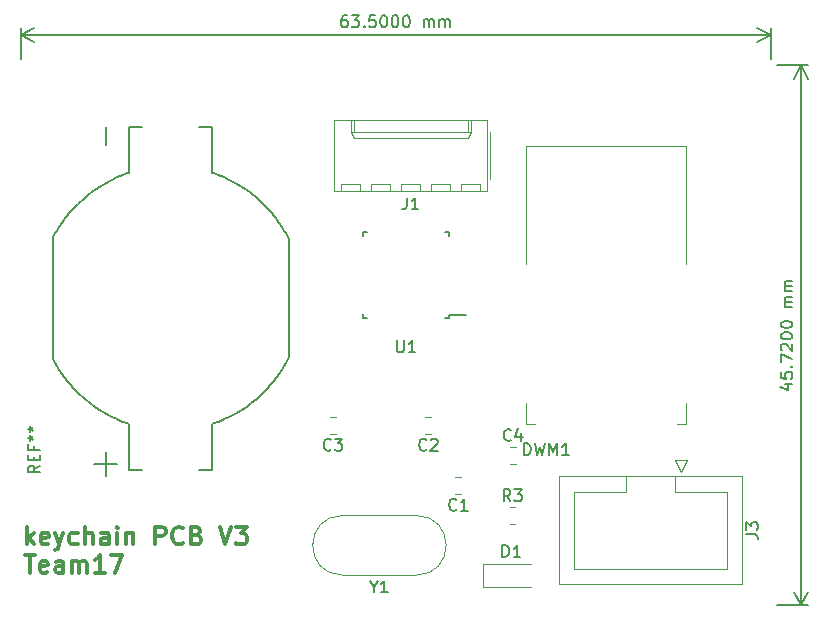
<source format=gbr>
G04 #@! TF.GenerationSoftware,KiCad,Pcbnew,7.0.10*
G04 #@! TF.CreationDate,2024-04-04T22:50:49-05:00*
G04 #@! TF.ProjectId,keychain,6b657963-6861-4696-9e2e-6b696361645f,rev?*
G04 #@! TF.SameCoordinates,Original*
G04 #@! TF.FileFunction,Legend,Top*
G04 #@! TF.FilePolarity,Positive*
%FSLAX46Y46*%
G04 Gerber Fmt 4.6, Leading zero omitted, Abs format (unit mm)*
G04 Created by KiCad (PCBNEW 7.0.10) date 2024-04-04 22:50:49*
%MOMM*%
%LPD*%
G01*
G04 APERTURE LIST*
%ADD10C,0.300000*%
%ADD11C,0.150000*%
%ADD12C,0.120000*%
%ADD13C,0.127000*%
G04 APERTURE END LIST*
D10*
X99614510Y-91365828D02*
X99614510Y-89865828D01*
X99757368Y-90794400D02*
X100185939Y-91365828D01*
X100185939Y-90365828D02*
X99614510Y-90937257D01*
X101400225Y-91294400D02*
X101257368Y-91365828D01*
X101257368Y-91365828D02*
X100971654Y-91365828D01*
X100971654Y-91365828D02*
X100828796Y-91294400D01*
X100828796Y-91294400D02*
X100757368Y-91151542D01*
X100757368Y-91151542D02*
X100757368Y-90580114D01*
X100757368Y-90580114D02*
X100828796Y-90437257D01*
X100828796Y-90437257D02*
X100971654Y-90365828D01*
X100971654Y-90365828D02*
X101257368Y-90365828D01*
X101257368Y-90365828D02*
X101400225Y-90437257D01*
X101400225Y-90437257D02*
X101471654Y-90580114D01*
X101471654Y-90580114D02*
X101471654Y-90722971D01*
X101471654Y-90722971D02*
X100757368Y-90865828D01*
X101971653Y-90365828D02*
X102328796Y-91365828D01*
X102685939Y-90365828D02*
X102328796Y-91365828D01*
X102328796Y-91365828D02*
X102185939Y-91722971D01*
X102185939Y-91722971D02*
X102114510Y-91794400D01*
X102114510Y-91794400D02*
X101971653Y-91865828D01*
X103900225Y-91294400D02*
X103757367Y-91365828D01*
X103757367Y-91365828D02*
X103471653Y-91365828D01*
X103471653Y-91365828D02*
X103328796Y-91294400D01*
X103328796Y-91294400D02*
X103257367Y-91222971D01*
X103257367Y-91222971D02*
X103185939Y-91080114D01*
X103185939Y-91080114D02*
X103185939Y-90651542D01*
X103185939Y-90651542D02*
X103257367Y-90508685D01*
X103257367Y-90508685D02*
X103328796Y-90437257D01*
X103328796Y-90437257D02*
X103471653Y-90365828D01*
X103471653Y-90365828D02*
X103757367Y-90365828D01*
X103757367Y-90365828D02*
X103900225Y-90437257D01*
X104543081Y-91365828D02*
X104543081Y-89865828D01*
X105185939Y-91365828D02*
X105185939Y-90580114D01*
X105185939Y-90580114D02*
X105114510Y-90437257D01*
X105114510Y-90437257D02*
X104971653Y-90365828D01*
X104971653Y-90365828D02*
X104757367Y-90365828D01*
X104757367Y-90365828D02*
X104614510Y-90437257D01*
X104614510Y-90437257D02*
X104543081Y-90508685D01*
X106543082Y-91365828D02*
X106543082Y-90580114D01*
X106543082Y-90580114D02*
X106471653Y-90437257D01*
X106471653Y-90437257D02*
X106328796Y-90365828D01*
X106328796Y-90365828D02*
X106043082Y-90365828D01*
X106043082Y-90365828D02*
X105900224Y-90437257D01*
X106543082Y-91294400D02*
X106400224Y-91365828D01*
X106400224Y-91365828D02*
X106043082Y-91365828D01*
X106043082Y-91365828D02*
X105900224Y-91294400D01*
X105900224Y-91294400D02*
X105828796Y-91151542D01*
X105828796Y-91151542D02*
X105828796Y-91008685D01*
X105828796Y-91008685D02*
X105900224Y-90865828D01*
X105900224Y-90865828D02*
X106043082Y-90794400D01*
X106043082Y-90794400D02*
X106400224Y-90794400D01*
X106400224Y-90794400D02*
X106543082Y-90722971D01*
X107257367Y-91365828D02*
X107257367Y-90365828D01*
X107257367Y-89865828D02*
X107185939Y-89937257D01*
X107185939Y-89937257D02*
X107257367Y-90008685D01*
X107257367Y-90008685D02*
X107328796Y-89937257D01*
X107328796Y-89937257D02*
X107257367Y-89865828D01*
X107257367Y-89865828D02*
X107257367Y-90008685D01*
X107971653Y-90365828D02*
X107971653Y-91365828D01*
X107971653Y-90508685D02*
X108043082Y-90437257D01*
X108043082Y-90437257D02*
X108185939Y-90365828D01*
X108185939Y-90365828D02*
X108400225Y-90365828D01*
X108400225Y-90365828D02*
X108543082Y-90437257D01*
X108543082Y-90437257D02*
X108614511Y-90580114D01*
X108614511Y-90580114D02*
X108614511Y-91365828D01*
X110471653Y-91365828D02*
X110471653Y-89865828D01*
X110471653Y-89865828D02*
X111043082Y-89865828D01*
X111043082Y-89865828D02*
X111185939Y-89937257D01*
X111185939Y-89937257D02*
X111257368Y-90008685D01*
X111257368Y-90008685D02*
X111328796Y-90151542D01*
X111328796Y-90151542D02*
X111328796Y-90365828D01*
X111328796Y-90365828D02*
X111257368Y-90508685D01*
X111257368Y-90508685D02*
X111185939Y-90580114D01*
X111185939Y-90580114D02*
X111043082Y-90651542D01*
X111043082Y-90651542D02*
X110471653Y-90651542D01*
X112828796Y-91222971D02*
X112757368Y-91294400D01*
X112757368Y-91294400D02*
X112543082Y-91365828D01*
X112543082Y-91365828D02*
X112400225Y-91365828D01*
X112400225Y-91365828D02*
X112185939Y-91294400D01*
X112185939Y-91294400D02*
X112043082Y-91151542D01*
X112043082Y-91151542D02*
X111971653Y-91008685D01*
X111971653Y-91008685D02*
X111900225Y-90722971D01*
X111900225Y-90722971D02*
X111900225Y-90508685D01*
X111900225Y-90508685D02*
X111971653Y-90222971D01*
X111971653Y-90222971D02*
X112043082Y-90080114D01*
X112043082Y-90080114D02*
X112185939Y-89937257D01*
X112185939Y-89937257D02*
X112400225Y-89865828D01*
X112400225Y-89865828D02*
X112543082Y-89865828D01*
X112543082Y-89865828D02*
X112757368Y-89937257D01*
X112757368Y-89937257D02*
X112828796Y-90008685D01*
X113971653Y-90580114D02*
X114185939Y-90651542D01*
X114185939Y-90651542D02*
X114257368Y-90722971D01*
X114257368Y-90722971D02*
X114328796Y-90865828D01*
X114328796Y-90865828D02*
X114328796Y-91080114D01*
X114328796Y-91080114D02*
X114257368Y-91222971D01*
X114257368Y-91222971D02*
X114185939Y-91294400D01*
X114185939Y-91294400D02*
X114043082Y-91365828D01*
X114043082Y-91365828D02*
X113471653Y-91365828D01*
X113471653Y-91365828D02*
X113471653Y-89865828D01*
X113471653Y-89865828D02*
X113971653Y-89865828D01*
X113971653Y-89865828D02*
X114114511Y-89937257D01*
X114114511Y-89937257D02*
X114185939Y-90008685D01*
X114185939Y-90008685D02*
X114257368Y-90151542D01*
X114257368Y-90151542D02*
X114257368Y-90294400D01*
X114257368Y-90294400D02*
X114185939Y-90437257D01*
X114185939Y-90437257D02*
X114114511Y-90508685D01*
X114114511Y-90508685D02*
X113971653Y-90580114D01*
X113971653Y-90580114D02*
X113471653Y-90580114D01*
X115900225Y-89865828D02*
X116400225Y-91365828D01*
X116400225Y-91365828D02*
X116900225Y-89865828D01*
X117257367Y-89865828D02*
X118185939Y-89865828D01*
X118185939Y-89865828D02*
X117685939Y-90437257D01*
X117685939Y-90437257D02*
X117900224Y-90437257D01*
X117900224Y-90437257D02*
X118043082Y-90508685D01*
X118043082Y-90508685D02*
X118114510Y-90580114D01*
X118114510Y-90580114D02*
X118185939Y-90722971D01*
X118185939Y-90722971D02*
X118185939Y-91080114D01*
X118185939Y-91080114D02*
X118114510Y-91222971D01*
X118114510Y-91222971D02*
X118043082Y-91294400D01*
X118043082Y-91294400D02*
X117900224Y-91365828D01*
X117900224Y-91365828D02*
X117471653Y-91365828D01*
X117471653Y-91365828D02*
X117328796Y-91294400D01*
X117328796Y-91294400D02*
X117257367Y-91222971D01*
X99400225Y-92280828D02*
X100257368Y-92280828D01*
X99828796Y-93780828D02*
X99828796Y-92280828D01*
X101328796Y-93709400D02*
X101185939Y-93780828D01*
X101185939Y-93780828D02*
X100900225Y-93780828D01*
X100900225Y-93780828D02*
X100757367Y-93709400D01*
X100757367Y-93709400D02*
X100685939Y-93566542D01*
X100685939Y-93566542D02*
X100685939Y-92995114D01*
X100685939Y-92995114D02*
X100757367Y-92852257D01*
X100757367Y-92852257D02*
X100900225Y-92780828D01*
X100900225Y-92780828D02*
X101185939Y-92780828D01*
X101185939Y-92780828D02*
X101328796Y-92852257D01*
X101328796Y-92852257D02*
X101400225Y-92995114D01*
X101400225Y-92995114D02*
X101400225Y-93137971D01*
X101400225Y-93137971D02*
X100685939Y-93280828D01*
X102685939Y-93780828D02*
X102685939Y-92995114D01*
X102685939Y-92995114D02*
X102614510Y-92852257D01*
X102614510Y-92852257D02*
X102471653Y-92780828D01*
X102471653Y-92780828D02*
X102185939Y-92780828D01*
X102185939Y-92780828D02*
X102043081Y-92852257D01*
X102685939Y-93709400D02*
X102543081Y-93780828D01*
X102543081Y-93780828D02*
X102185939Y-93780828D01*
X102185939Y-93780828D02*
X102043081Y-93709400D01*
X102043081Y-93709400D02*
X101971653Y-93566542D01*
X101971653Y-93566542D02*
X101971653Y-93423685D01*
X101971653Y-93423685D02*
X102043081Y-93280828D01*
X102043081Y-93280828D02*
X102185939Y-93209400D01*
X102185939Y-93209400D02*
X102543081Y-93209400D01*
X102543081Y-93209400D02*
X102685939Y-93137971D01*
X103400224Y-93780828D02*
X103400224Y-92780828D01*
X103400224Y-92923685D02*
X103471653Y-92852257D01*
X103471653Y-92852257D02*
X103614510Y-92780828D01*
X103614510Y-92780828D02*
X103828796Y-92780828D01*
X103828796Y-92780828D02*
X103971653Y-92852257D01*
X103971653Y-92852257D02*
X104043082Y-92995114D01*
X104043082Y-92995114D02*
X104043082Y-93780828D01*
X104043082Y-92995114D02*
X104114510Y-92852257D01*
X104114510Y-92852257D02*
X104257367Y-92780828D01*
X104257367Y-92780828D02*
X104471653Y-92780828D01*
X104471653Y-92780828D02*
X104614510Y-92852257D01*
X104614510Y-92852257D02*
X104685939Y-92995114D01*
X104685939Y-92995114D02*
X104685939Y-93780828D01*
X106185939Y-93780828D02*
X105328796Y-93780828D01*
X105757367Y-93780828D02*
X105757367Y-92280828D01*
X105757367Y-92280828D02*
X105614510Y-92495114D01*
X105614510Y-92495114D02*
X105471653Y-92637971D01*
X105471653Y-92637971D02*
X105328796Y-92709400D01*
X106685938Y-92280828D02*
X107685938Y-92280828D01*
X107685938Y-92280828D02*
X107043081Y-93780828D01*
D11*
X163738152Y-77802856D02*
X164404819Y-77802856D01*
X163357200Y-78040951D02*
X164071485Y-78279046D01*
X164071485Y-78279046D02*
X164071485Y-77659999D01*
X163404819Y-76802856D02*
X163404819Y-77279046D01*
X163404819Y-77279046D02*
X163881009Y-77326665D01*
X163881009Y-77326665D02*
X163833390Y-77279046D01*
X163833390Y-77279046D02*
X163785771Y-77183808D01*
X163785771Y-77183808D02*
X163785771Y-76945713D01*
X163785771Y-76945713D02*
X163833390Y-76850475D01*
X163833390Y-76850475D02*
X163881009Y-76802856D01*
X163881009Y-76802856D02*
X163976247Y-76755237D01*
X163976247Y-76755237D02*
X164214342Y-76755237D01*
X164214342Y-76755237D02*
X164309580Y-76802856D01*
X164309580Y-76802856D02*
X164357200Y-76850475D01*
X164357200Y-76850475D02*
X164404819Y-76945713D01*
X164404819Y-76945713D02*
X164404819Y-77183808D01*
X164404819Y-77183808D02*
X164357200Y-77279046D01*
X164357200Y-77279046D02*
X164309580Y-77326665D01*
X164309580Y-76326665D02*
X164357200Y-76279046D01*
X164357200Y-76279046D02*
X164404819Y-76326665D01*
X164404819Y-76326665D02*
X164357200Y-76374284D01*
X164357200Y-76374284D02*
X164309580Y-76326665D01*
X164309580Y-76326665D02*
X164404819Y-76326665D01*
X163404819Y-75945713D02*
X163404819Y-75279047D01*
X163404819Y-75279047D02*
X164404819Y-75707618D01*
X163500057Y-74945713D02*
X163452438Y-74898094D01*
X163452438Y-74898094D02*
X163404819Y-74802856D01*
X163404819Y-74802856D02*
X163404819Y-74564761D01*
X163404819Y-74564761D02*
X163452438Y-74469523D01*
X163452438Y-74469523D02*
X163500057Y-74421904D01*
X163500057Y-74421904D02*
X163595295Y-74374285D01*
X163595295Y-74374285D02*
X163690533Y-74374285D01*
X163690533Y-74374285D02*
X163833390Y-74421904D01*
X163833390Y-74421904D02*
X164404819Y-74993332D01*
X164404819Y-74993332D02*
X164404819Y-74374285D01*
X163404819Y-73755237D02*
X163404819Y-73659999D01*
X163404819Y-73659999D02*
X163452438Y-73564761D01*
X163452438Y-73564761D02*
X163500057Y-73517142D01*
X163500057Y-73517142D02*
X163595295Y-73469523D01*
X163595295Y-73469523D02*
X163785771Y-73421904D01*
X163785771Y-73421904D02*
X164023866Y-73421904D01*
X164023866Y-73421904D02*
X164214342Y-73469523D01*
X164214342Y-73469523D02*
X164309580Y-73517142D01*
X164309580Y-73517142D02*
X164357200Y-73564761D01*
X164357200Y-73564761D02*
X164404819Y-73659999D01*
X164404819Y-73659999D02*
X164404819Y-73755237D01*
X164404819Y-73755237D02*
X164357200Y-73850475D01*
X164357200Y-73850475D02*
X164309580Y-73898094D01*
X164309580Y-73898094D02*
X164214342Y-73945713D01*
X164214342Y-73945713D02*
X164023866Y-73993332D01*
X164023866Y-73993332D02*
X163785771Y-73993332D01*
X163785771Y-73993332D02*
X163595295Y-73945713D01*
X163595295Y-73945713D02*
X163500057Y-73898094D01*
X163500057Y-73898094D02*
X163452438Y-73850475D01*
X163452438Y-73850475D02*
X163404819Y-73755237D01*
X163404819Y-72802856D02*
X163404819Y-72707618D01*
X163404819Y-72707618D02*
X163452438Y-72612380D01*
X163452438Y-72612380D02*
X163500057Y-72564761D01*
X163500057Y-72564761D02*
X163595295Y-72517142D01*
X163595295Y-72517142D02*
X163785771Y-72469523D01*
X163785771Y-72469523D02*
X164023866Y-72469523D01*
X164023866Y-72469523D02*
X164214342Y-72517142D01*
X164214342Y-72517142D02*
X164309580Y-72564761D01*
X164309580Y-72564761D02*
X164357200Y-72612380D01*
X164357200Y-72612380D02*
X164404819Y-72707618D01*
X164404819Y-72707618D02*
X164404819Y-72802856D01*
X164404819Y-72802856D02*
X164357200Y-72898094D01*
X164357200Y-72898094D02*
X164309580Y-72945713D01*
X164309580Y-72945713D02*
X164214342Y-72993332D01*
X164214342Y-72993332D02*
X164023866Y-73040951D01*
X164023866Y-73040951D02*
X163785771Y-73040951D01*
X163785771Y-73040951D02*
X163595295Y-72993332D01*
X163595295Y-72993332D02*
X163500057Y-72945713D01*
X163500057Y-72945713D02*
X163452438Y-72898094D01*
X163452438Y-72898094D02*
X163404819Y-72802856D01*
X164404819Y-71279046D02*
X163738152Y-71279046D01*
X163833390Y-71279046D02*
X163785771Y-71231427D01*
X163785771Y-71231427D02*
X163738152Y-71136189D01*
X163738152Y-71136189D02*
X163738152Y-70993332D01*
X163738152Y-70993332D02*
X163785771Y-70898094D01*
X163785771Y-70898094D02*
X163881009Y-70850475D01*
X163881009Y-70850475D02*
X164404819Y-70850475D01*
X163881009Y-70850475D02*
X163785771Y-70802856D01*
X163785771Y-70802856D02*
X163738152Y-70707618D01*
X163738152Y-70707618D02*
X163738152Y-70564761D01*
X163738152Y-70564761D02*
X163785771Y-70469522D01*
X163785771Y-70469522D02*
X163881009Y-70421903D01*
X163881009Y-70421903D02*
X164404819Y-70421903D01*
X164404819Y-69945713D02*
X163738152Y-69945713D01*
X163833390Y-69945713D02*
X163785771Y-69898094D01*
X163785771Y-69898094D02*
X163738152Y-69802856D01*
X163738152Y-69802856D02*
X163738152Y-69659999D01*
X163738152Y-69659999D02*
X163785771Y-69564761D01*
X163785771Y-69564761D02*
X163881009Y-69517142D01*
X163881009Y-69517142D02*
X164404819Y-69517142D01*
X163881009Y-69517142D02*
X163785771Y-69469523D01*
X163785771Y-69469523D02*
X163738152Y-69374285D01*
X163738152Y-69374285D02*
X163738152Y-69231428D01*
X163738152Y-69231428D02*
X163785771Y-69136189D01*
X163785771Y-69136189D02*
X163881009Y-69088570D01*
X163881009Y-69088570D02*
X164404819Y-69088570D01*
X163060000Y-50800000D02*
X165686420Y-50800000D01*
X163060000Y-96520000D02*
X165686420Y-96520000D01*
X165100000Y-50800000D02*
X165100000Y-96520000D01*
X165100000Y-50800000D02*
X165100000Y-96520000D01*
X165100000Y-50800000D02*
X165686421Y-51926504D01*
X165100000Y-50800000D02*
X164513579Y-51926504D01*
X165100000Y-96520000D02*
X164513579Y-95393496D01*
X165100000Y-96520000D02*
X165686421Y-95393496D01*
X126667143Y-46564819D02*
X126476667Y-46564819D01*
X126476667Y-46564819D02*
X126381429Y-46612438D01*
X126381429Y-46612438D02*
X126333810Y-46660057D01*
X126333810Y-46660057D02*
X126238572Y-46802914D01*
X126238572Y-46802914D02*
X126190953Y-46993390D01*
X126190953Y-46993390D02*
X126190953Y-47374342D01*
X126190953Y-47374342D02*
X126238572Y-47469580D01*
X126238572Y-47469580D02*
X126286191Y-47517200D01*
X126286191Y-47517200D02*
X126381429Y-47564819D01*
X126381429Y-47564819D02*
X126571905Y-47564819D01*
X126571905Y-47564819D02*
X126667143Y-47517200D01*
X126667143Y-47517200D02*
X126714762Y-47469580D01*
X126714762Y-47469580D02*
X126762381Y-47374342D01*
X126762381Y-47374342D02*
X126762381Y-47136247D01*
X126762381Y-47136247D02*
X126714762Y-47041009D01*
X126714762Y-47041009D02*
X126667143Y-46993390D01*
X126667143Y-46993390D02*
X126571905Y-46945771D01*
X126571905Y-46945771D02*
X126381429Y-46945771D01*
X126381429Y-46945771D02*
X126286191Y-46993390D01*
X126286191Y-46993390D02*
X126238572Y-47041009D01*
X126238572Y-47041009D02*
X126190953Y-47136247D01*
X127095715Y-46564819D02*
X127714762Y-46564819D01*
X127714762Y-46564819D02*
X127381429Y-46945771D01*
X127381429Y-46945771D02*
X127524286Y-46945771D01*
X127524286Y-46945771D02*
X127619524Y-46993390D01*
X127619524Y-46993390D02*
X127667143Y-47041009D01*
X127667143Y-47041009D02*
X127714762Y-47136247D01*
X127714762Y-47136247D02*
X127714762Y-47374342D01*
X127714762Y-47374342D02*
X127667143Y-47469580D01*
X127667143Y-47469580D02*
X127619524Y-47517200D01*
X127619524Y-47517200D02*
X127524286Y-47564819D01*
X127524286Y-47564819D02*
X127238572Y-47564819D01*
X127238572Y-47564819D02*
X127143334Y-47517200D01*
X127143334Y-47517200D02*
X127095715Y-47469580D01*
X128143334Y-47469580D02*
X128190953Y-47517200D01*
X128190953Y-47517200D02*
X128143334Y-47564819D01*
X128143334Y-47564819D02*
X128095715Y-47517200D01*
X128095715Y-47517200D02*
X128143334Y-47469580D01*
X128143334Y-47469580D02*
X128143334Y-47564819D01*
X129095714Y-46564819D02*
X128619524Y-46564819D01*
X128619524Y-46564819D02*
X128571905Y-47041009D01*
X128571905Y-47041009D02*
X128619524Y-46993390D01*
X128619524Y-46993390D02*
X128714762Y-46945771D01*
X128714762Y-46945771D02*
X128952857Y-46945771D01*
X128952857Y-46945771D02*
X129048095Y-46993390D01*
X129048095Y-46993390D02*
X129095714Y-47041009D01*
X129095714Y-47041009D02*
X129143333Y-47136247D01*
X129143333Y-47136247D02*
X129143333Y-47374342D01*
X129143333Y-47374342D02*
X129095714Y-47469580D01*
X129095714Y-47469580D02*
X129048095Y-47517200D01*
X129048095Y-47517200D02*
X128952857Y-47564819D01*
X128952857Y-47564819D02*
X128714762Y-47564819D01*
X128714762Y-47564819D02*
X128619524Y-47517200D01*
X128619524Y-47517200D02*
X128571905Y-47469580D01*
X129762381Y-46564819D02*
X129857619Y-46564819D01*
X129857619Y-46564819D02*
X129952857Y-46612438D01*
X129952857Y-46612438D02*
X130000476Y-46660057D01*
X130000476Y-46660057D02*
X130048095Y-46755295D01*
X130048095Y-46755295D02*
X130095714Y-46945771D01*
X130095714Y-46945771D02*
X130095714Y-47183866D01*
X130095714Y-47183866D02*
X130048095Y-47374342D01*
X130048095Y-47374342D02*
X130000476Y-47469580D01*
X130000476Y-47469580D02*
X129952857Y-47517200D01*
X129952857Y-47517200D02*
X129857619Y-47564819D01*
X129857619Y-47564819D02*
X129762381Y-47564819D01*
X129762381Y-47564819D02*
X129667143Y-47517200D01*
X129667143Y-47517200D02*
X129619524Y-47469580D01*
X129619524Y-47469580D02*
X129571905Y-47374342D01*
X129571905Y-47374342D02*
X129524286Y-47183866D01*
X129524286Y-47183866D02*
X129524286Y-46945771D01*
X129524286Y-46945771D02*
X129571905Y-46755295D01*
X129571905Y-46755295D02*
X129619524Y-46660057D01*
X129619524Y-46660057D02*
X129667143Y-46612438D01*
X129667143Y-46612438D02*
X129762381Y-46564819D01*
X130714762Y-46564819D02*
X130810000Y-46564819D01*
X130810000Y-46564819D02*
X130905238Y-46612438D01*
X130905238Y-46612438D02*
X130952857Y-46660057D01*
X130952857Y-46660057D02*
X131000476Y-46755295D01*
X131000476Y-46755295D02*
X131048095Y-46945771D01*
X131048095Y-46945771D02*
X131048095Y-47183866D01*
X131048095Y-47183866D02*
X131000476Y-47374342D01*
X131000476Y-47374342D02*
X130952857Y-47469580D01*
X130952857Y-47469580D02*
X130905238Y-47517200D01*
X130905238Y-47517200D02*
X130810000Y-47564819D01*
X130810000Y-47564819D02*
X130714762Y-47564819D01*
X130714762Y-47564819D02*
X130619524Y-47517200D01*
X130619524Y-47517200D02*
X130571905Y-47469580D01*
X130571905Y-47469580D02*
X130524286Y-47374342D01*
X130524286Y-47374342D02*
X130476667Y-47183866D01*
X130476667Y-47183866D02*
X130476667Y-46945771D01*
X130476667Y-46945771D02*
X130524286Y-46755295D01*
X130524286Y-46755295D02*
X130571905Y-46660057D01*
X130571905Y-46660057D02*
X130619524Y-46612438D01*
X130619524Y-46612438D02*
X130714762Y-46564819D01*
X131667143Y-46564819D02*
X131762381Y-46564819D01*
X131762381Y-46564819D02*
X131857619Y-46612438D01*
X131857619Y-46612438D02*
X131905238Y-46660057D01*
X131905238Y-46660057D02*
X131952857Y-46755295D01*
X131952857Y-46755295D02*
X132000476Y-46945771D01*
X132000476Y-46945771D02*
X132000476Y-47183866D01*
X132000476Y-47183866D02*
X131952857Y-47374342D01*
X131952857Y-47374342D02*
X131905238Y-47469580D01*
X131905238Y-47469580D02*
X131857619Y-47517200D01*
X131857619Y-47517200D02*
X131762381Y-47564819D01*
X131762381Y-47564819D02*
X131667143Y-47564819D01*
X131667143Y-47564819D02*
X131571905Y-47517200D01*
X131571905Y-47517200D02*
X131524286Y-47469580D01*
X131524286Y-47469580D02*
X131476667Y-47374342D01*
X131476667Y-47374342D02*
X131429048Y-47183866D01*
X131429048Y-47183866D02*
X131429048Y-46945771D01*
X131429048Y-46945771D02*
X131476667Y-46755295D01*
X131476667Y-46755295D02*
X131524286Y-46660057D01*
X131524286Y-46660057D02*
X131571905Y-46612438D01*
X131571905Y-46612438D02*
X131667143Y-46564819D01*
X133190953Y-47564819D02*
X133190953Y-46898152D01*
X133190953Y-46993390D02*
X133238572Y-46945771D01*
X133238572Y-46945771D02*
X133333810Y-46898152D01*
X133333810Y-46898152D02*
X133476667Y-46898152D01*
X133476667Y-46898152D02*
X133571905Y-46945771D01*
X133571905Y-46945771D02*
X133619524Y-47041009D01*
X133619524Y-47041009D02*
X133619524Y-47564819D01*
X133619524Y-47041009D02*
X133667143Y-46945771D01*
X133667143Y-46945771D02*
X133762381Y-46898152D01*
X133762381Y-46898152D02*
X133905238Y-46898152D01*
X133905238Y-46898152D02*
X134000477Y-46945771D01*
X134000477Y-46945771D02*
X134048096Y-47041009D01*
X134048096Y-47041009D02*
X134048096Y-47564819D01*
X134524286Y-47564819D02*
X134524286Y-46898152D01*
X134524286Y-46993390D02*
X134571905Y-46945771D01*
X134571905Y-46945771D02*
X134667143Y-46898152D01*
X134667143Y-46898152D02*
X134810000Y-46898152D01*
X134810000Y-46898152D02*
X134905238Y-46945771D01*
X134905238Y-46945771D02*
X134952857Y-47041009D01*
X134952857Y-47041009D02*
X134952857Y-47564819D01*
X134952857Y-47041009D02*
X135000476Y-46945771D01*
X135000476Y-46945771D02*
X135095714Y-46898152D01*
X135095714Y-46898152D02*
X135238571Y-46898152D01*
X135238571Y-46898152D02*
X135333810Y-46945771D01*
X135333810Y-46945771D02*
X135381429Y-47041009D01*
X135381429Y-47041009D02*
X135381429Y-47564819D01*
X99060000Y-50300000D02*
X99060000Y-47673580D01*
X162560000Y-50300000D02*
X162560000Y-47673580D01*
X99060000Y-48260000D02*
X162560000Y-48260000D01*
X99060000Y-48260000D02*
X162560000Y-48260000D01*
X99060000Y-48260000D02*
X100186504Y-47673579D01*
X99060000Y-48260000D02*
X100186504Y-48846421D01*
X162560000Y-48260000D02*
X161433496Y-48846421D01*
X162560000Y-48260000D02*
X161433496Y-47673579D01*
X125330833Y-83319580D02*
X125283214Y-83367200D01*
X125283214Y-83367200D02*
X125140357Y-83414819D01*
X125140357Y-83414819D02*
X125045119Y-83414819D01*
X125045119Y-83414819D02*
X124902262Y-83367200D01*
X124902262Y-83367200D02*
X124807024Y-83271961D01*
X124807024Y-83271961D02*
X124759405Y-83176723D01*
X124759405Y-83176723D02*
X124711786Y-82986247D01*
X124711786Y-82986247D02*
X124711786Y-82843390D01*
X124711786Y-82843390D02*
X124759405Y-82652914D01*
X124759405Y-82652914D02*
X124807024Y-82557676D01*
X124807024Y-82557676D02*
X124902262Y-82462438D01*
X124902262Y-82462438D02*
X125045119Y-82414819D01*
X125045119Y-82414819D02*
X125140357Y-82414819D01*
X125140357Y-82414819D02*
X125283214Y-82462438D01*
X125283214Y-82462438D02*
X125330833Y-82510057D01*
X125664167Y-82414819D02*
X126283214Y-82414819D01*
X126283214Y-82414819D02*
X125949881Y-82795771D01*
X125949881Y-82795771D02*
X126092738Y-82795771D01*
X126092738Y-82795771D02*
X126187976Y-82843390D01*
X126187976Y-82843390D02*
X126235595Y-82891009D01*
X126235595Y-82891009D02*
X126283214Y-82986247D01*
X126283214Y-82986247D02*
X126283214Y-83224342D01*
X126283214Y-83224342D02*
X126235595Y-83319580D01*
X126235595Y-83319580D02*
X126187976Y-83367200D01*
X126187976Y-83367200D02*
X126092738Y-83414819D01*
X126092738Y-83414819D02*
X125807024Y-83414819D01*
X125807024Y-83414819D02*
X125711786Y-83367200D01*
X125711786Y-83367200D02*
X125664167Y-83319580D01*
X130918095Y-74084819D02*
X130918095Y-74894342D01*
X130918095Y-74894342D02*
X130965714Y-74989580D01*
X130965714Y-74989580D02*
X131013333Y-75037200D01*
X131013333Y-75037200D02*
X131108571Y-75084819D01*
X131108571Y-75084819D02*
X131299047Y-75084819D01*
X131299047Y-75084819D02*
X131394285Y-75037200D01*
X131394285Y-75037200D02*
X131441904Y-74989580D01*
X131441904Y-74989580D02*
X131489523Y-74894342D01*
X131489523Y-74894342D02*
X131489523Y-74084819D01*
X132489523Y-75084819D02*
X131918095Y-75084819D01*
X132203809Y-75084819D02*
X132203809Y-74084819D01*
X132203809Y-74084819D02*
X132108571Y-74227676D01*
X132108571Y-74227676D02*
X132013333Y-74322914D01*
X132013333Y-74322914D02*
X131918095Y-74370533D01*
X133415833Y-83319580D02*
X133368214Y-83367200D01*
X133368214Y-83367200D02*
X133225357Y-83414819D01*
X133225357Y-83414819D02*
X133130119Y-83414819D01*
X133130119Y-83414819D02*
X132987262Y-83367200D01*
X132987262Y-83367200D02*
X132892024Y-83271961D01*
X132892024Y-83271961D02*
X132844405Y-83176723D01*
X132844405Y-83176723D02*
X132796786Y-82986247D01*
X132796786Y-82986247D02*
X132796786Y-82843390D01*
X132796786Y-82843390D02*
X132844405Y-82652914D01*
X132844405Y-82652914D02*
X132892024Y-82557676D01*
X132892024Y-82557676D02*
X132987262Y-82462438D01*
X132987262Y-82462438D02*
X133130119Y-82414819D01*
X133130119Y-82414819D02*
X133225357Y-82414819D01*
X133225357Y-82414819D02*
X133368214Y-82462438D01*
X133368214Y-82462438D02*
X133415833Y-82510057D01*
X133796786Y-82510057D02*
X133844405Y-82462438D01*
X133844405Y-82462438D02*
X133939643Y-82414819D01*
X133939643Y-82414819D02*
X134177738Y-82414819D01*
X134177738Y-82414819D02*
X134272976Y-82462438D01*
X134272976Y-82462438D02*
X134320595Y-82510057D01*
X134320595Y-82510057D02*
X134368214Y-82605295D01*
X134368214Y-82605295D02*
X134368214Y-82700533D01*
X134368214Y-82700533D02*
X134320595Y-82843390D01*
X134320595Y-82843390D02*
X133749167Y-83414819D01*
X133749167Y-83414819D02*
X134368214Y-83414819D01*
X100711212Y-84685056D02*
X100234174Y-85018982D01*
X100711212Y-85257501D02*
X99709432Y-85257501D01*
X99709432Y-85257501D02*
X99709432Y-84875871D01*
X99709432Y-84875871D02*
X99757136Y-84780463D01*
X99757136Y-84780463D02*
X99804840Y-84732760D01*
X99804840Y-84732760D02*
X99900248Y-84685056D01*
X99900248Y-84685056D02*
X100043359Y-84685056D01*
X100043359Y-84685056D02*
X100138767Y-84732760D01*
X100138767Y-84732760D02*
X100186470Y-84780463D01*
X100186470Y-84780463D02*
X100234174Y-84875871D01*
X100234174Y-84875871D02*
X100234174Y-85257501D01*
X100186470Y-84255721D02*
X100186470Y-83921795D01*
X100711212Y-83778683D02*
X100711212Y-84255721D01*
X100711212Y-84255721D02*
X99709432Y-84255721D01*
X99709432Y-84255721D02*
X99709432Y-83778683D01*
X100186470Y-83015423D02*
X100186470Y-83349349D01*
X100711212Y-83349349D02*
X99709432Y-83349349D01*
X99709432Y-83349349D02*
X99709432Y-82872311D01*
X99709432Y-82347569D02*
X99947951Y-82347569D01*
X99852544Y-82586088D02*
X99947951Y-82347569D01*
X99947951Y-82347569D02*
X99852544Y-82109050D01*
X100138767Y-82490680D02*
X99947951Y-82347569D01*
X99947951Y-82347569D02*
X100138767Y-82204458D01*
X99709432Y-81584308D02*
X99947951Y-81584308D01*
X99852544Y-81822827D02*
X99947951Y-81584308D01*
X99947951Y-81584308D02*
X99852544Y-81345789D01*
X100138767Y-81727419D02*
X99947951Y-81584308D01*
X99947951Y-81584308D02*
X100138767Y-81441197D01*
X160494819Y-90503333D02*
X161209104Y-90503333D01*
X161209104Y-90503333D02*
X161351961Y-90550952D01*
X161351961Y-90550952D02*
X161447200Y-90646190D01*
X161447200Y-90646190D02*
X161494819Y-90789047D01*
X161494819Y-90789047D02*
X161494819Y-90884285D01*
X160494819Y-90122380D02*
X160494819Y-89503333D01*
X160494819Y-89503333D02*
X160875771Y-89836666D01*
X160875771Y-89836666D02*
X160875771Y-89693809D01*
X160875771Y-89693809D02*
X160923390Y-89598571D01*
X160923390Y-89598571D02*
X160971009Y-89550952D01*
X160971009Y-89550952D02*
X161066247Y-89503333D01*
X161066247Y-89503333D02*
X161304342Y-89503333D01*
X161304342Y-89503333D02*
X161399580Y-89550952D01*
X161399580Y-89550952D02*
X161447200Y-89598571D01*
X161447200Y-89598571D02*
X161494819Y-89693809D01*
X161494819Y-89693809D02*
X161494819Y-89979523D01*
X161494819Y-89979523D02*
X161447200Y-90074761D01*
X161447200Y-90074761D02*
X161399580Y-90122380D01*
X128963809Y-94943628D02*
X128963809Y-95419819D01*
X128630476Y-94419819D02*
X128963809Y-94943628D01*
X128963809Y-94943628D02*
X129297142Y-94419819D01*
X130154285Y-95419819D02*
X129582857Y-95419819D01*
X129868571Y-95419819D02*
X129868571Y-94419819D01*
X129868571Y-94419819D02*
X129773333Y-94562676D01*
X129773333Y-94562676D02*
X129678095Y-94657914D01*
X129678095Y-94657914D02*
X129582857Y-94705533D01*
X141679048Y-83803619D02*
X141679048Y-82803619D01*
X141679048Y-82803619D02*
X141917143Y-82803619D01*
X141917143Y-82803619D02*
X142060000Y-82851238D01*
X142060000Y-82851238D02*
X142155238Y-82946476D01*
X142155238Y-82946476D02*
X142202857Y-83041714D01*
X142202857Y-83041714D02*
X142250476Y-83232190D01*
X142250476Y-83232190D02*
X142250476Y-83375047D01*
X142250476Y-83375047D02*
X142202857Y-83565523D01*
X142202857Y-83565523D02*
X142155238Y-83660761D01*
X142155238Y-83660761D02*
X142060000Y-83756000D01*
X142060000Y-83756000D02*
X141917143Y-83803619D01*
X141917143Y-83803619D02*
X141679048Y-83803619D01*
X142583810Y-82803619D02*
X142821905Y-83803619D01*
X142821905Y-83803619D02*
X143012381Y-83089333D01*
X143012381Y-83089333D02*
X143202857Y-83803619D01*
X143202857Y-83803619D02*
X143440953Y-82803619D01*
X143821905Y-83803619D02*
X143821905Y-82803619D01*
X143821905Y-82803619D02*
X144155238Y-83517904D01*
X144155238Y-83517904D02*
X144488571Y-82803619D01*
X144488571Y-82803619D02*
X144488571Y-83803619D01*
X145488571Y-83803619D02*
X144917143Y-83803619D01*
X145202857Y-83803619D02*
X145202857Y-82803619D01*
X145202857Y-82803619D02*
X145107619Y-82946476D01*
X145107619Y-82946476D02*
X145012381Y-83041714D01*
X145012381Y-83041714D02*
X144917143Y-83089333D01*
X131746666Y-61994819D02*
X131746666Y-62709104D01*
X131746666Y-62709104D02*
X131699047Y-62851961D01*
X131699047Y-62851961D02*
X131603809Y-62947200D01*
X131603809Y-62947200D02*
X131460952Y-62994819D01*
X131460952Y-62994819D02*
X131365714Y-62994819D01*
X132746666Y-62994819D02*
X132175238Y-62994819D01*
X132460952Y-62994819D02*
X132460952Y-61994819D01*
X132460952Y-61994819D02*
X132365714Y-62137676D01*
X132365714Y-62137676D02*
X132270476Y-62232914D01*
X132270476Y-62232914D02*
X132175238Y-62280533D01*
X135955833Y-88399580D02*
X135908214Y-88447200D01*
X135908214Y-88447200D02*
X135765357Y-88494819D01*
X135765357Y-88494819D02*
X135670119Y-88494819D01*
X135670119Y-88494819D02*
X135527262Y-88447200D01*
X135527262Y-88447200D02*
X135432024Y-88351961D01*
X135432024Y-88351961D02*
X135384405Y-88256723D01*
X135384405Y-88256723D02*
X135336786Y-88066247D01*
X135336786Y-88066247D02*
X135336786Y-87923390D01*
X135336786Y-87923390D02*
X135384405Y-87732914D01*
X135384405Y-87732914D02*
X135432024Y-87637676D01*
X135432024Y-87637676D02*
X135527262Y-87542438D01*
X135527262Y-87542438D02*
X135670119Y-87494819D01*
X135670119Y-87494819D02*
X135765357Y-87494819D01*
X135765357Y-87494819D02*
X135908214Y-87542438D01*
X135908214Y-87542438D02*
X135955833Y-87590057D01*
X136908214Y-88494819D02*
X136336786Y-88494819D01*
X136622500Y-88494819D02*
X136622500Y-87494819D01*
X136622500Y-87494819D02*
X136527262Y-87637676D01*
X136527262Y-87637676D02*
X136432024Y-87732914D01*
X136432024Y-87732914D02*
X136336786Y-87780533D01*
X140533333Y-87704819D02*
X140200000Y-87228628D01*
X139961905Y-87704819D02*
X139961905Y-86704819D01*
X139961905Y-86704819D02*
X140342857Y-86704819D01*
X140342857Y-86704819D02*
X140438095Y-86752438D01*
X140438095Y-86752438D02*
X140485714Y-86800057D01*
X140485714Y-86800057D02*
X140533333Y-86895295D01*
X140533333Y-86895295D02*
X140533333Y-87038152D01*
X140533333Y-87038152D02*
X140485714Y-87133390D01*
X140485714Y-87133390D02*
X140438095Y-87181009D01*
X140438095Y-87181009D02*
X140342857Y-87228628D01*
X140342857Y-87228628D02*
X139961905Y-87228628D01*
X140866667Y-86704819D02*
X141485714Y-86704819D01*
X141485714Y-86704819D02*
X141152381Y-87085771D01*
X141152381Y-87085771D02*
X141295238Y-87085771D01*
X141295238Y-87085771D02*
X141390476Y-87133390D01*
X141390476Y-87133390D02*
X141438095Y-87181009D01*
X141438095Y-87181009D02*
X141485714Y-87276247D01*
X141485714Y-87276247D02*
X141485714Y-87514342D01*
X141485714Y-87514342D02*
X141438095Y-87609580D01*
X141438095Y-87609580D02*
X141390476Y-87657200D01*
X141390476Y-87657200D02*
X141295238Y-87704819D01*
X141295238Y-87704819D02*
X141009524Y-87704819D01*
X141009524Y-87704819D02*
X140914286Y-87657200D01*
X140914286Y-87657200D02*
X140866667Y-87609580D01*
X139851905Y-92434819D02*
X139851905Y-91434819D01*
X139851905Y-91434819D02*
X140090000Y-91434819D01*
X140090000Y-91434819D02*
X140232857Y-91482438D01*
X140232857Y-91482438D02*
X140328095Y-91577676D01*
X140328095Y-91577676D02*
X140375714Y-91672914D01*
X140375714Y-91672914D02*
X140423333Y-91863390D01*
X140423333Y-91863390D02*
X140423333Y-92006247D01*
X140423333Y-92006247D02*
X140375714Y-92196723D01*
X140375714Y-92196723D02*
X140328095Y-92291961D01*
X140328095Y-92291961D02*
X140232857Y-92387200D01*
X140232857Y-92387200D02*
X140090000Y-92434819D01*
X140090000Y-92434819D02*
X139851905Y-92434819D01*
X141375714Y-92434819D02*
X140804286Y-92434819D01*
X141090000Y-92434819D02*
X141090000Y-91434819D01*
X141090000Y-91434819D02*
X140994762Y-91577676D01*
X140994762Y-91577676D02*
X140899524Y-91672914D01*
X140899524Y-91672914D02*
X140804286Y-91720533D01*
X140570833Y-82499580D02*
X140523214Y-82547200D01*
X140523214Y-82547200D02*
X140380357Y-82594819D01*
X140380357Y-82594819D02*
X140285119Y-82594819D01*
X140285119Y-82594819D02*
X140142262Y-82547200D01*
X140142262Y-82547200D02*
X140047024Y-82451961D01*
X140047024Y-82451961D02*
X139999405Y-82356723D01*
X139999405Y-82356723D02*
X139951786Y-82166247D01*
X139951786Y-82166247D02*
X139951786Y-82023390D01*
X139951786Y-82023390D02*
X139999405Y-81832914D01*
X139999405Y-81832914D02*
X140047024Y-81737676D01*
X140047024Y-81737676D02*
X140142262Y-81642438D01*
X140142262Y-81642438D02*
X140285119Y-81594819D01*
X140285119Y-81594819D02*
X140380357Y-81594819D01*
X140380357Y-81594819D02*
X140523214Y-81642438D01*
X140523214Y-81642438D02*
X140570833Y-81690057D01*
X141427976Y-81928152D02*
X141427976Y-82594819D01*
X141189881Y-81547200D02*
X140951786Y-82261485D01*
X140951786Y-82261485D02*
X141570833Y-82261485D01*
D12*
G04 #@! TO.C,C3*
X125758752Y-82015000D02*
X125236248Y-82015000D01*
X125758752Y-80545000D02*
X125236248Y-80545000D01*
D11*
G04 #@! TO.C,U1*
X135305000Y-72205000D02*
X135305000Y-71980000D01*
X135305000Y-72205000D02*
X134980000Y-72205000D01*
X135305000Y-71980000D02*
X136730000Y-71980000D01*
X135305000Y-64955000D02*
X135305000Y-65280000D01*
X135305000Y-64955000D02*
X134980000Y-64955000D01*
X128055000Y-72205000D02*
X128380000Y-72205000D01*
X128055000Y-72205000D02*
X128055000Y-71880000D01*
X128055000Y-64955000D02*
X128380000Y-64955000D01*
X128055000Y-64955000D02*
X128055000Y-65280000D01*
D12*
G04 #@! TO.C,C2*
X133843752Y-82015000D02*
X133321248Y-82015000D01*
X133843752Y-80545000D02*
X133321248Y-80545000D01*
D13*
G04 #@! TO.C,REF\u002A\u002A*
X106260000Y-85530000D02*
X106260000Y-83530000D01*
X108260000Y-85030000D02*
X108260000Y-81175000D01*
X109360000Y-85030000D02*
X108260000Y-85030000D01*
X114160000Y-85030000D02*
X115260000Y-85030000D01*
X115260000Y-85030000D02*
X115260000Y-81175000D01*
X105260000Y-84530000D02*
X107260000Y-84530000D01*
X108260000Y-81175000D02*
X108078880Y-81110900D01*
X115260000Y-81175000D02*
X115441120Y-81110900D01*
X108078880Y-81110900D02*
X107735650Y-80987900D01*
X115441120Y-81110900D02*
X115784350Y-80987900D01*
X107735650Y-80987900D02*
X107473460Y-80880100D01*
X115784350Y-80987900D02*
X116046540Y-80880100D01*
X107473460Y-80880100D02*
X107221930Y-80772400D01*
X116046540Y-80880100D02*
X116298070Y-80772400D01*
X107221930Y-80772400D02*
X106822870Y-80588300D01*
X116298070Y-80772400D02*
X116697130Y-80588300D01*
X106822870Y-80588300D02*
X106478190Y-80409820D01*
X116697130Y-80588300D02*
X117041810Y-80409820D01*
X106478190Y-80409820D02*
X106166190Y-80230480D01*
X117041810Y-80409820D02*
X117353810Y-80230480D01*
X106166190Y-80230480D02*
X105868340Y-80053910D01*
X117353810Y-80230480D02*
X117651660Y-80053910D01*
X105868340Y-80053910D02*
X105323780Y-79698350D01*
X117651660Y-80053910D02*
X118196220Y-79698350D01*
X105323780Y-79698350D02*
X104951130Y-79427070D01*
X118196220Y-79698350D02*
X118568870Y-79427070D01*
X104951130Y-79427070D02*
X104482600Y-79045820D01*
X118568870Y-79427070D02*
X119037400Y-79045820D01*
X104482600Y-79045820D02*
X103939640Y-78552180D01*
X119037400Y-79045820D02*
X119580360Y-78552180D01*
X103939640Y-78552180D02*
X103699250Y-78304400D01*
X119580360Y-78552180D02*
X119820750Y-78304400D01*
X103699250Y-78304400D02*
X103486520Y-78080250D01*
X119820750Y-78304400D02*
X120033480Y-78080250D01*
X103486520Y-78080250D02*
X103312630Y-77884190D01*
X120033480Y-78080250D02*
X120207370Y-77884190D01*
X103312630Y-77884190D02*
X103174240Y-77723220D01*
X120207370Y-77884190D02*
X120345760Y-77723220D01*
X103174240Y-77723220D02*
X103013930Y-77530320D01*
X120345760Y-77723220D02*
X120506070Y-77530320D01*
X103013930Y-77530320D02*
X102840950Y-77309480D01*
X120506070Y-77530320D02*
X120679050Y-77309480D01*
X102840950Y-77309480D02*
X102729690Y-77157710D01*
X120679050Y-77309480D02*
X120790310Y-77157710D01*
X102729690Y-77157710D02*
X102549120Y-76904620D01*
X120790310Y-77157710D02*
X120970880Y-76904620D01*
X102549120Y-76904620D02*
X102327150Y-76578940D01*
X120970880Y-76904620D02*
X121192850Y-76578940D01*
X102327150Y-76578940D02*
X102141410Y-76270820D01*
X121192850Y-76578940D02*
X121378590Y-76270820D01*
X102141410Y-76270820D02*
X102002190Y-76026870D01*
X121378590Y-76270820D02*
X121517810Y-76026870D01*
X102002190Y-76026870D02*
X101820510Y-75695820D01*
X121517810Y-76026870D02*
X121699490Y-75695820D01*
X101820510Y-75695820D02*
X101760000Y-75542540D01*
X121699490Y-75695820D02*
X121760000Y-75542540D01*
X101760000Y-75530000D02*
X101760000Y-65530000D01*
X121760000Y-75530000D02*
X121760000Y-65530000D01*
X101820510Y-65364180D02*
X101760000Y-65517460D01*
X121699490Y-65364180D02*
X121760000Y-65517460D01*
X102002190Y-65033130D02*
X101820510Y-65364180D01*
X121517810Y-65033130D02*
X121699490Y-65364180D01*
X102141410Y-64789180D02*
X102002190Y-65033130D01*
X121378590Y-64789180D02*
X121517810Y-65033130D01*
X102327150Y-64481060D02*
X102141410Y-64789180D01*
X121192850Y-64481060D02*
X121378590Y-64789180D01*
X102549120Y-64155380D02*
X102327150Y-64481060D01*
X120970880Y-64155380D02*
X121192850Y-64481060D01*
X102729690Y-63902290D02*
X102549120Y-64155380D01*
X120790310Y-63902290D02*
X120970880Y-64155380D01*
X102840950Y-63750520D02*
X102729690Y-63902290D01*
X120679050Y-63750520D02*
X120790310Y-63902290D01*
X103013930Y-63529680D02*
X102840950Y-63750520D01*
X120506070Y-63529680D02*
X120679050Y-63750520D01*
X103174240Y-63336780D02*
X103013930Y-63529680D01*
X120345760Y-63336780D02*
X120506070Y-63529680D01*
X103312630Y-63175810D02*
X103174240Y-63336780D01*
X120207370Y-63175810D02*
X120345760Y-63336780D01*
X103486520Y-62979750D02*
X103312630Y-63175810D01*
X120033480Y-62979750D02*
X120207370Y-63175810D01*
X103699250Y-62755600D02*
X103486520Y-62979750D01*
X119820750Y-62755600D02*
X120033480Y-62979750D01*
X103939640Y-62507820D02*
X103699250Y-62755600D01*
X119580360Y-62507820D02*
X119820750Y-62755600D01*
X104482600Y-62014180D02*
X103939640Y-62507820D01*
X119037400Y-62014180D02*
X119580360Y-62507820D01*
X104951130Y-61632930D02*
X104482600Y-62014180D01*
X118568870Y-61632930D02*
X119037400Y-62014180D01*
X105323780Y-61361650D02*
X104951130Y-61632930D01*
X118196220Y-61361650D02*
X118568870Y-61632930D01*
X105868340Y-61006090D02*
X105323780Y-61361650D01*
X117651660Y-61006090D02*
X118196220Y-61361650D01*
X106166190Y-60829520D02*
X105868340Y-61006090D01*
X117353810Y-60829520D02*
X117651660Y-61006090D01*
X106478190Y-60650180D02*
X106166190Y-60829520D01*
X117041810Y-60650180D02*
X117353810Y-60829520D01*
X106822870Y-60471700D02*
X106478190Y-60650180D01*
X116697130Y-60471700D02*
X117041810Y-60650180D01*
X107221930Y-60287600D02*
X106822870Y-60471700D01*
X116298070Y-60287600D02*
X116697130Y-60471700D01*
X107473460Y-60179900D02*
X107221930Y-60287600D01*
X116046540Y-60179900D02*
X116298070Y-60287600D01*
X107735650Y-60072100D02*
X107473460Y-60179900D01*
X115784350Y-60072100D02*
X116046540Y-60179900D01*
X108078880Y-59949100D02*
X107735650Y-60072100D01*
X115441120Y-59949100D02*
X115784350Y-60072100D01*
X108260000Y-59885000D02*
X108078880Y-59949100D01*
X115260000Y-59885000D02*
X115441120Y-59949100D01*
X106260000Y-57530000D02*
X106260000Y-56030000D01*
X108260000Y-56030000D02*
X108260000Y-59885000D01*
X109360000Y-56030000D02*
X108260000Y-56030000D01*
X114160000Y-56030000D02*
X115260000Y-56030000D01*
X115260000Y-56030000D02*
X115260000Y-59885000D01*
D12*
G04 #@! TO.C,J3*
X155440000Y-84220000D02*
X154440000Y-84220000D01*
X154440000Y-84220000D02*
X154940000Y-85220000D01*
X154940000Y-85220000D02*
X155440000Y-84220000D01*
X160150000Y-85610000D02*
X160150000Y-94730000D01*
X154450000Y-85610000D02*
X154450000Y-86920000D01*
X144650000Y-85610000D02*
X160150000Y-85610000D01*
X158850000Y-86920000D02*
X158850000Y-93420000D01*
X154450000Y-86920000D02*
X158850000Y-86920000D01*
X150350000Y-86920000D02*
X150350000Y-85610000D01*
X150350000Y-86920000D02*
X150350000Y-86920000D01*
X145950000Y-86920000D02*
X150350000Y-86920000D01*
X158850000Y-93420000D02*
X145950000Y-93420000D01*
X145950000Y-93420000D02*
X145950000Y-86920000D01*
X160150000Y-94730000D02*
X144650000Y-94730000D01*
X144650000Y-94730000D02*
X144650000Y-85610000D01*
G04 #@! TO.C,Y1*
X132565000Y-93965000D02*
X126315000Y-93965000D01*
X132565000Y-88915000D02*
X126315000Y-88915000D01*
X132565000Y-93965000D02*
G75*
G03*
X132565000Y-88915000I0J2525000D01*
G01*
X126315000Y-88915000D02*
G75*
G03*
X126315000Y-93965000I0J-2525000D01*
G01*
G04 #@! TO.C,DWM1*
X141890000Y-57628800D02*
X141890000Y-67628800D01*
X141890000Y-57628800D02*
X155390000Y-57628800D01*
X141890000Y-81128800D02*
X141890000Y-79378800D01*
X142640000Y-81128800D02*
X141890000Y-81128800D01*
X154640000Y-81128800D02*
X155390000Y-81128800D01*
X155390000Y-57628800D02*
X155390000Y-67628800D01*
X155390000Y-81128800D02*
X155390000Y-79378800D01*
G04 #@! TO.C,J1*
X138830000Y-60420000D02*
X138830000Y-56420000D01*
X138540000Y-61450000D02*
X138540000Y-55430000D01*
X138540000Y-55430000D02*
X125620000Y-55430000D01*
X137960000Y-61450000D02*
X137960000Y-60850000D01*
X137960000Y-60850000D02*
X136360000Y-60850000D01*
X137160000Y-56430000D02*
X136910000Y-56960000D01*
X137160000Y-56430000D02*
X127000000Y-56430000D01*
X137160000Y-55430000D02*
X137160000Y-56430000D01*
X136910000Y-56960000D02*
X127250000Y-56960000D01*
X136910000Y-55430000D02*
X136910000Y-56430000D01*
X136360000Y-60850000D02*
X136360000Y-61450000D01*
X135420000Y-61450000D02*
X135420000Y-60850000D01*
X135420000Y-60850000D02*
X133820000Y-60850000D01*
X133820000Y-60850000D02*
X133820000Y-61450000D01*
X132880000Y-61450000D02*
X132880000Y-60850000D01*
X132880000Y-60850000D02*
X131280000Y-60850000D01*
X131280000Y-60850000D02*
X131280000Y-61450000D01*
X130340000Y-61450000D02*
X130340000Y-60850000D01*
X130340000Y-60850000D02*
X128740000Y-60850000D01*
X128740000Y-60850000D02*
X128740000Y-61450000D01*
X127800000Y-61450000D02*
X127800000Y-60850000D01*
X127800000Y-60850000D02*
X126200000Y-60850000D01*
X127250000Y-56960000D02*
X127000000Y-56430000D01*
X127250000Y-55430000D02*
X127250000Y-56430000D01*
X127000000Y-56430000D02*
X127000000Y-55430000D01*
X126200000Y-60850000D02*
X126200000Y-61450000D01*
X125620000Y-61450000D02*
X138540000Y-61450000D01*
X125620000Y-55430000D02*
X125620000Y-61450000D01*
G04 #@! TO.C,C1*
X136383752Y-87095000D02*
X135861248Y-87095000D01*
X136383752Y-85625000D02*
X135861248Y-85625000D01*
G04 #@! TO.C,R3*
X140472936Y-88165000D02*
X140927064Y-88165000D01*
X140472936Y-89635000D02*
X140927064Y-89635000D01*
G04 #@! TO.C,D1*
X138230000Y-92980000D02*
X138230000Y-94980000D01*
X138230000Y-92980000D02*
X142240000Y-92980000D01*
X138230000Y-94980000D02*
X142240000Y-94980000D01*
G04 #@! TO.C,C4*
X140476248Y-83085000D02*
X140998752Y-83085000D01*
X140476248Y-84555000D02*
X140998752Y-84555000D01*
G04 #@! TD*
M02*

</source>
